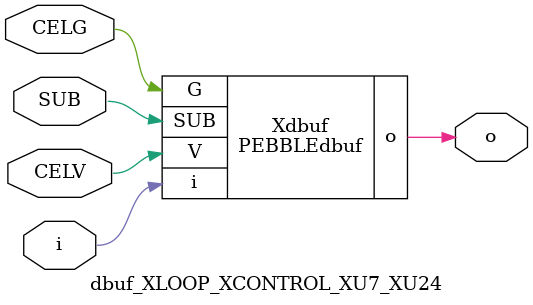
<source format=v>



module PEBBLEdbuf ( o, G, SUB, V, i );

  input V;
  input i;
  input G;
  output o;
  input SUB;
endmodule

//Celera Confidential Do Not Copy dbuf_XLOOP_XCONTROL_XU7_XU24
//Celera Confidential Symbol Generator
//Digital Buffer
module dbuf_XLOOP_XCONTROL_XU7_XU24 (CELV,CELG,i,o,SUB);
input CELV;
input CELG;
input i;
input SUB;
output o;

//Celera Confidential Do Not Copy dbuf
PEBBLEdbuf Xdbuf(
.V (CELV),
.i (i),
.o (o),
.SUB (SUB),
.G (CELG)
);
//,diesize,PEBBLEdbuf

//Celera Confidential Do Not Copy Module End
//Celera Schematic Generator
endmodule

</source>
